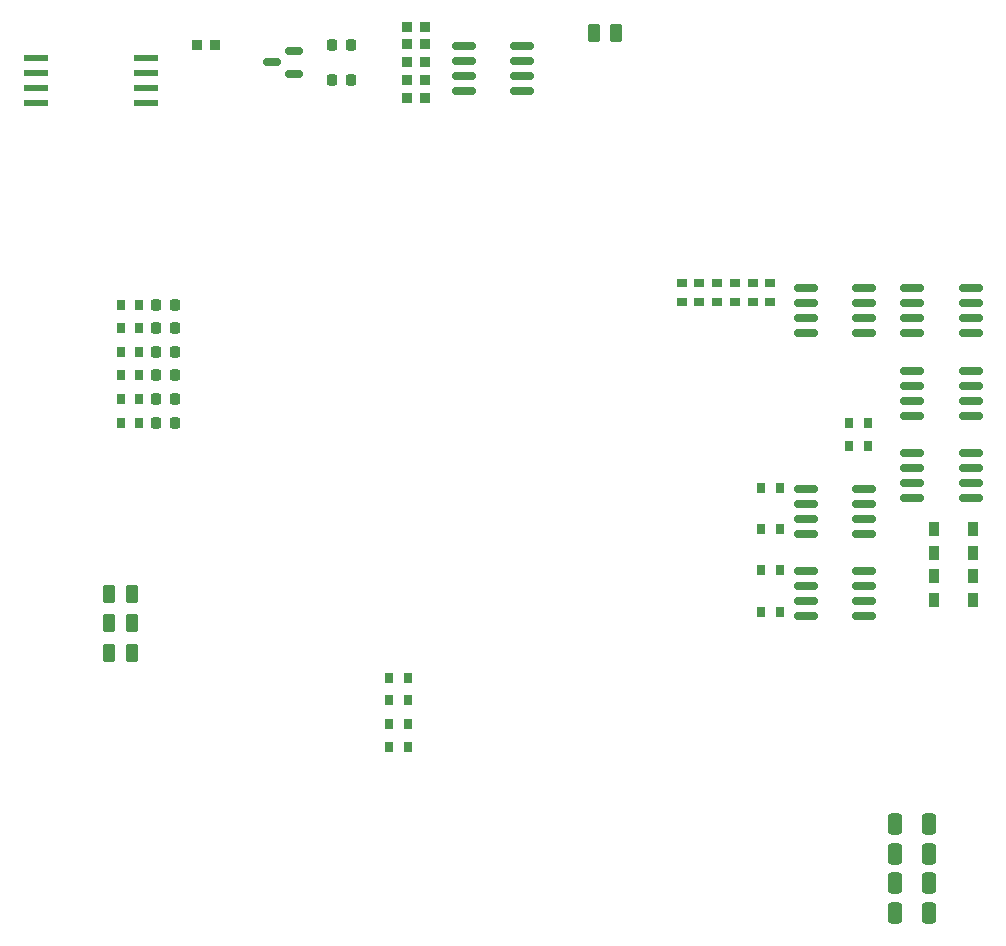
<source format=gbr>
%TF.GenerationSoftware,KiCad,Pcbnew,8.0.7*%
%TF.CreationDate,2024-12-26T23:24:23+03:00*%
%TF.ProjectId,uaefi,75616566-692e-46b6-9963-61645f706362,D*%
%TF.SameCoordinates,Original*%
%TF.FileFunction,Paste,Top*%
%TF.FilePolarity,Positive*%
%FSLAX46Y46*%
G04 Gerber Fmt 4.6, Leading zero omitted, Abs format (unit mm)*
G04 Created by KiCad (PCBNEW 8.0.7) date 2024-12-26 23:24:23*
%MOMM*%
%LPD*%
G01*
G04 APERTURE LIST*
G04 Aperture macros list*
%AMRoundRect*
0 Rectangle with rounded corners*
0 $1 Rounding radius*
0 $2 $3 $4 $5 $6 $7 $8 $9 X,Y pos of 4 corners*
0 Add a 4 corners polygon primitive as box body*
4,1,4,$2,$3,$4,$5,$6,$7,$8,$9,$2,$3,0*
0 Add four circle primitives for the rounded corners*
1,1,$1+$1,$2,$3*
1,1,$1+$1,$4,$5*
1,1,$1+$1,$6,$7*
1,1,$1+$1,$8,$9*
0 Add four rect primitives between the rounded corners*
20,1,$1+$1,$2,$3,$4,$5,0*
20,1,$1+$1,$4,$5,$6,$7,0*
20,1,$1+$1,$6,$7,$8,$9,0*
20,1,$1+$1,$8,$9,$2,$3,0*%
G04 Aperture macros list end*
%ADD10RoundRect,0.085000X-0.340000X-0.340000X0.340000X-0.340000X0.340000X0.340000X-0.340000X0.340000X0*%
%ADD11RoundRect,0.070000X-0.280000X-0.390000X0.280000X-0.390000X0.280000X0.390000X-0.280000X0.390000X0*%
%ADD12RoundRect,0.218750X-0.218750X-0.256250X0.218750X-0.256250X0.218750X0.256250X-0.218750X0.256250X0*%
%ADD13RoundRect,0.070000X0.390000X-0.280000X0.390000X0.280000X-0.390000X0.280000X-0.390000X-0.280000X0*%
%ADD14RoundRect,0.100000X-0.400000X-0.625000X0.400000X-0.625000X0.400000X0.625000X-0.400000X0.625000X0*%
%ADD15RoundRect,0.150000X-0.825000X-0.150000X0.825000X-0.150000X0.825000X0.150000X-0.825000X0.150000X0*%
%ADD16RoundRect,0.090000X0.360000X0.510000X-0.360000X0.510000X-0.360000X-0.510000X0.360000X-0.510000X0*%
%ADD17RoundRect,0.230000X-0.345000X0.670000X-0.345000X-0.670000X0.345000X-0.670000X0.345000X0.670000X0*%
%ADD18RoundRect,0.150000X0.587500X0.150000X-0.587500X0.150000X-0.587500X-0.150000X0.587500X-0.150000X0*%
%ADD19O,0.000001X0.000001*%
%ADD20RoundRect,0.100000X0.400000X0.625000X-0.400000X0.625000X-0.400000X-0.625000X0.400000X-0.625000X0*%
%ADD21RoundRect,0.041300X-0.968700X-0.253700X0.968700X-0.253700X0.968700X0.253700X-0.968700X0.253700X0*%
%ADD22RoundRect,0.230000X0.345000X-0.670000X0.345000X0.670000X-0.345000X0.670000X-0.345000X-0.670000X0*%
G04 APERTURE END LIST*
D10*
%TO.C,C28*%
X109209999Y-46000000D03*
X110790001Y-46000000D03*
%TD*%
D11*
%TO.C,R12*%
X139200000Y-85000000D03*
X140800000Y-85000000D03*
%TD*%
D12*
%TO.C,F6*%
X88000000Y-69500000D03*
X89575000Y-69500000D03*
%TD*%
D13*
%TO.C,R33*%
X134000000Y-69300000D03*
X134000000Y-67700000D03*
%TD*%
D11*
%TO.C,R10*%
X139200000Y-92000000D03*
X140800000Y-92000000D03*
%TD*%
D12*
%TO.C,L1*%
X102925000Y-47500000D03*
X104500000Y-47500000D03*
%TD*%
D10*
%TO.C,C31*%
X109209999Y-50470000D03*
X110790001Y-50470000D03*
%TD*%
D14*
%TO.C,R8*%
X84049999Y-99005856D03*
X85950021Y-99005856D03*
%TD*%
D10*
%TO.C,C29*%
X109209999Y-47470000D03*
X110790001Y-47470000D03*
%TD*%
%TO.C,C30*%
X109209999Y-48970000D03*
X110790001Y-48970000D03*
%TD*%
D15*
%TO.C,U9*%
X152025000Y-68095000D03*
X152025000Y-69365000D03*
X152025000Y-70635000D03*
X152025000Y-71905000D03*
X156975000Y-71905000D03*
X156975000Y-70635000D03*
X156975000Y-69365000D03*
X156975000Y-68095000D03*
%TD*%
%TO.C,U6*%
X152025000Y-82095000D03*
X152025000Y-83365000D03*
X152025000Y-84635000D03*
X152025000Y-85905000D03*
X156975000Y-85905000D03*
X156975000Y-84635000D03*
X156975000Y-83365000D03*
X156975000Y-82095000D03*
%TD*%
D13*
%TO.C,R29*%
X140000000Y-69300000D03*
X140000000Y-67700000D03*
%TD*%
D16*
%TO.C,D5*%
X157150000Y-90500000D03*
X153850000Y-90500000D03*
%TD*%
D14*
%TO.C,R7*%
X84049999Y-96502928D03*
X85950021Y-96502928D03*
%TD*%
D11*
%TO.C,R21*%
X84987500Y-71500000D03*
X86587500Y-71500000D03*
%TD*%
D13*
%TO.C,R31*%
X137000000Y-69300000D03*
X137000000Y-67700000D03*
%TD*%
D16*
%TO.C,D4*%
X157150000Y-88500000D03*
X153850000Y-88500000D03*
%TD*%
D10*
%TO.C,C27*%
X91419998Y-47500000D03*
X93000000Y-47500000D03*
%TD*%
D15*
%TO.C,U11*%
X152025000Y-75095000D03*
X152025000Y-76365000D03*
X152025000Y-77635000D03*
X152025000Y-78905000D03*
X156975000Y-78905000D03*
X156975000Y-77635000D03*
X156975000Y-76365000D03*
X156975000Y-75095000D03*
%TD*%
D17*
%TO.C,F1*%
X153450010Y-113500000D03*
X150549990Y-113500000D03*
%TD*%
D15*
%TO.C,U4*%
X114025000Y-47595000D03*
X114025000Y-48865000D03*
X114025000Y-50135000D03*
X114025000Y-51405000D03*
X118975000Y-51405000D03*
X118975000Y-50135000D03*
X118975000Y-48865000D03*
X118975000Y-47595000D03*
%TD*%
D18*
%TO.C,D8*%
X99650000Y-49950000D03*
X99650000Y-48050000D03*
X97775000Y-49000000D03*
%TD*%
D12*
%TO.C,L2*%
X102925000Y-50500000D03*
X104500000Y-50500000D03*
%TD*%
D15*
%TO.C,U7*%
X143025000Y-92095000D03*
X143025000Y-93365000D03*
X143025000Y-94635000D03*
X143025000Y-95905000D03*
X147975000Y-95905000D03*
X147975000Y-94635000D03*
X147975000Y-93365000D03*
X147975000Y-92095000D03*
%TD*%
D19*
%TO.C,CAN1*%
X120812501Y-101643334D03*
%TD*%
D12*
%TO.C,F7*%
X88000000Y-73500000D03*
X89575000Y-73500000D03*
%TD*%
D20*
%TO.C,R4*%
X126950001Y-46500000D03*
X125049979Y-46500000D03*
%TD*%
D11*
%TO.C,R2*%
X107700000Y-103000000D03*
X109300000Y-103000000D03*
%TD*%
%TO.C,R6*%
X107700000Y-106949046D03*
X109300000Y-106949046D03*
%TD*%
%TO.C,R20*%
X84987500Y-69500000D03*
X86587500Y-69500000D03*
%TD*%
D13*
%TO.C,R30*%
X138500000Y-69300000D03*
X138500000Y-67700000D03*
%TD*%
D11*
%TO.C,R15*%
X146700000Y-79500000D03*
X148300000Y-79500000D03*
%TD*%
%TO.C,R11*%
X139200000Y-95500000D03*
X140800000Y-95500000D03*
%TD*%
%TO.C,R26*%
X84987500Y-75500000D03*
X86587500Y-75500000D03*
%TD*%
%TO.C,R28*%
X84987500Y-79500000D03*
X86587500Y-79500000D03*
%TD*%
D13*
%TO.C,R34*%
X132500000Y-69300000D03*
X132500000Y-67700000D03*
%TD*%
D15*
%TO.C,U10*%
X143025000Y-68095000D03*
X143025000Y-69365000D03*
X143025000Y-70635000D03*
X143025000Y-71905000D03*
X147975000Y-71905000D03*
X147975000Y-70635000D03*
X147975000Y-69365000D03*
X147975000Y-68095000D03*
%TD*%
D11*
%TO.C,R22*%
X84987500Y-73500000D03*
X86587500Y-73500000D03*
%TD*%
%TO.C,R16*%
X146700000Y-81449046D03*
X148300000Y-81449046D03*
%TD*%
D13*
%TO.C,R32*%
X135500000Y-69300000D03*
X135500000Y-67700000D03*
%TD*%
D12*
%TO.C,F8*%
X88000000Y-75500000D03*
X89575000Y-75500000D03*
%TD*%
D10*
%TO.C,C32*%
X109209999Y-51970000D03*
X110790001Y-51970000D03*
%TD*%
D21*
%TO.C,MAP1*%
X77820000Y-48595000D03*
X77820000Y-49865000D03*
X77820000Y-51135000D03*
X77820000Y-52405000D03*
X87180000Y-52405000D03*
X87180000Y-51135000D03*
X87180000Y-49865000D03*
X87180000Y-48595000D03*
%TD*%
D11*
%TO.C,R3*%
X107700000Y-105000000D03*
X109300000Y-105000000D03*
%TD*%
D16*
%TO.C,D2*%
X157150000Y-92500000D03*
X153850000Y-92500000D03*
%TD*%
D22*
%TO.C,F4*%
X150549990Y-118500000D03*
X153450010Y-118500000D03*
%TD*%
D15*
%TO.C,U8*%
X143025000Y-85095000D03*
X143025000Y-86365000D03*
X143025000Y-87635000D03*
X143025000Y-88905000D03*
X147975000Y-88905000D03*
X147975000Y-87635000D03*
X147975000Y-86365000D03*
X147975000Y-85095000D03*
%TD*%
D12*
%TO.C,F9*%
X88000000Y-77500000D03*
X89575000Y-77500000D03*
%TD*%
D16*
%TO.C,D3*%
X157150000Y-94500000D03*
X153850000Y-94500000D03*
%TD*%
D22*
%TO.C,F2*%
X150549990Y-116000000D03*
X153450010Y-116000000D03*
%TD*%
%TO.C,F3*%
X150549990Y-121000000D03*
X153450010Y-121000000D03*
%TD*%
D12*
%TO.C,F5*%
X88000000Y-71500000D03*
X89575000Y-71500000D03*
%TD*%
D11*
%TO.C,R27*%
X84987500Y-77500000D03*
X86587500Y-77500000D03*
%TD*%
D14*
%TO.C,R5*%
X84049999Y-94000000D03*
X85950021Y-94000000D03*
%TD*%
D12*
%TO.C,F10*%
X88000000Y-79500000D03*
X89575000Y-79500000D03*
%TD*%
D11*
%TO.C,R13*%
X139200000Y-88500000D03*
X140800000Y-88500000D03*
%TD*%
%TO.C,R1*%
X107700000Y-101101908D03*
X109300000Y-101101908D03*
%TD*%
M02*

</source>
